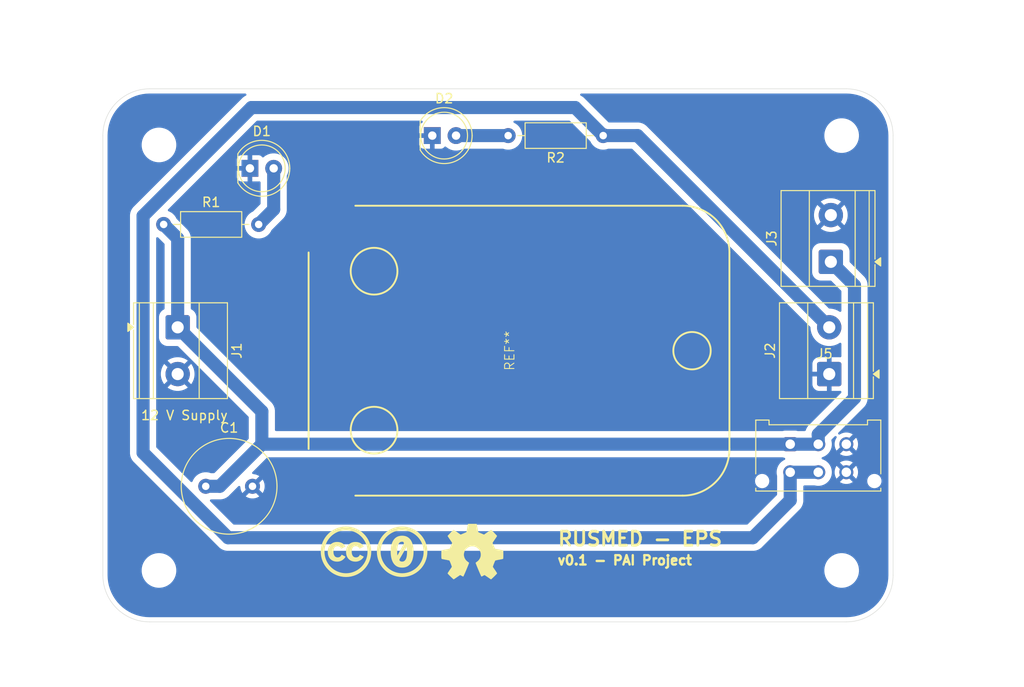
<source format=kicad_pcb>
(kicad_pcb (version 20241229) (generator "pcbnew") (generator_version "9.0")
  (layers (0 "F.Cu" signal) (2 "B.Cu" signal) (13 "F.Paste" user) (15 "B.Paste" user) (5 "F.SilkS" user "F.Silkscreen") (7 "B.SilkS" user "B.Silkscreen") (1 "F.Mask" user) (3 "B.Mask" user) (25 "Edge.Cuts" user))
  (net 0 "")
  (net 1 "+12V")
  (net 2 "GND")
  (net 3 "Net-(D1-A)")
  (net 4 "Net-(D2-A)")
  (net 5 "+5V")
  (footprint "Resistor_THT:R_Axial_DIN0207_L6.3mm_D2.5mm_P10.16mm_Horizontal" (layer "F.Cu") (at 149 66 180)
    (property "Reference" "R2" (at 5.08 -2.37 0) (layer "F.SilkS"))
    (property "Value" "R")
    (fp_line (start 9.12 0) (end 8.35 0) (stroke (width 0.12)) (layer "F.SilkS"))
    (fp_line (start 1.04 0) (end 1.81 0) (stroke (width 0.12)) (layer "F.SilkS"))
    (fp_rect (start 1.81 -1.37) (end 8.35 1.37) (stroke (width 0.12)) (fill no) (layer "F.SilkS"))
    (pad "1" thru_hole circle (at 0 0 180) (size 1.6 1.6) (drill 0.8) (layers "*.Cu" "*.Mask") (net 5 "+5V"))
    (pad "2" thru_hole circle (at 10.16 0 180) (size 1.6 1.6) (drill 0.8) (layers "*.Cu" "*.Mask") (net 4 "Net-(D2-A)"))
  )
  (footprint "Symbol:Symbol_CreativeCommonsPublicDomain_SilkScreenTop_Small" (layer "F.Cu") (at 140.5 110.5)
    (property "Reference" "REF**" (hide yes))
    (property "Value" "Symbol_CreativeCommonsPublicDomain_SilkScreenTop_Small" (hide yes))
    (fp_circle (center -19 0) (end -16.5 0) (stroke (width 0.4)) (fill no) (layer "F.SilkS"))
    (fp_circle (center -13 0) (end -10.5 0) (stroke (width 0.4)) (fill no) (layer "F.SilkS"))
    (fp_poly (pts (xy -19.883804 -1.045736) (xy -19.809352 -1.040027) (xy -19.737692 -1.030487) (xy -19.668823 -1.017116) (xy -19.602744 -0.999913) (xy -19.539456 -0.97888) (xy -19.478956 -0.954016) (xy -19.421246 -0.925322) (xy -19.366323 -0.892798) (xy -19.314188 -0.856444) (xy -19.264839 -0.816262) (xy -19.218277 -0.77225) (xy -19.174501 -0.72441) (xy -19.133509 -0.672742) (xy -19.095302 -0.617245) (xy -19.059878 -0.557921) (xy -19.513586 -0.322018) (xy -19.522802 -0.340539) (xy -19.532274 -0.358356) (xy -19.542002 -0.375471) (xy -19.551987 -0.391882) (xy -19.562228 -0.407588) (xy -19.572726 -0.422589) (xy -19.583482 -0.436884) (xy -19.594495 -0.450474) (xy -19.605767 -0.463356) (xy -19.617296 -0.47553) (xy -19.629084 -0.486997) (xy -19.641131 -0.497755) (xy -19.653438 -0.507803) (xy -19.666003 -0.517141) (xy -19.678829 -0.525769) (xy -19.691915 -0.533685) (xy -19.705091 -0.540991) (xy -19.718148 -0.547828) (xy -19.731087 -0.554196) (xy -19.743907 -0.560094) (xy -19.756609 -0.565522) (xy -19.769192 -0.570479) (xy -19.781657 -0.574966) (xy -19.794004 -0.578982) (xy -19.806234 -0.582526) (xy -19.818345 -0.585599) (xy -19.830339 -0.5882) (xy -19.842216 -0.590329) (xy -19.853976 -0.591985) (xy -19.865618 -0.593169) (xy -19.877144 -0.593879) (xy -19.888553 -0.594116) (xy -19.916448 -0.593531) (xy -19.943458 -0.591778) (xy -19.969584 -0.588855) (xy -19.994825 -0.584764) (xy -20.019182 -0.579503) (xy -20.042654 -0.573074) (xy -20.065242 -0.565475) (xy -20.086944 -0.556707) (xy -20.107762 -0.54677) (xy -20.127695 -0.535663) (xy -20.146742 -0.523388) (xy -20.164905 -0.509942) (xy -20.182182 -0.495328) (xy -20.198574 -0.479544) (xy -20.21408 -0.46259) (xy -20.228701 -0.444468) (xy -20.242437 -0.425175) (xy -20.255287 -0.404713) (xy -20.267251 -0.383081) (xy -20.27833 -0.36028) (xy -20.288522 -0.336309) (xy -20.297829 -0.311168) (xy -20.30625 -0.284858) (xy -20.313785 -0.257377) (xy -20.320433 -0.228727) (xy -20.326196 -0.198907) (xy -20.331072 -0.167917) (xy -20.335061 -0.135757) (xy -20.338165 -0.102427) (xy -20.340381 -0.067927) (xy -20.341711 -0.032257) (xy -20.342155 0.004583) (xy -20.341706 0.038169) (xy -20.340359 0.070902) (xy -20.338115 0.102782) (xy -20.334973 0.133811) (xy -20.330934 0.163988) (xy -20.325998 0.193314) (xy -20.320164 0.22179) (xy -20.313434 0.249415) (xy -20.305807 0.276192) (xy -20.297284 0.302118) (xy -20.287864 0.327197) (xy -20.277548 0.351427) (xy -20.266336 0.37481) (xy -20.254229 0.397345) (xy -20.241225 0.419033) (xy -20.227326 0.439876) (xy -20.212533 0.459657) (xy -20.19689 0.478164) (xy -20.180396 0.495395) (xy -20.163052 0.511351) (xy -20.15406 0.518851) (xy -20.144856 0.526032) (xy -20.135439 0.532893) (xy -20.12581 0.539436) (xy -20.115968 0.54566) (xy -20.105913 0.551565) (xy -20.095645 0.557151) (xy -20.085165 0.562418) (xy -20.063566 0.571994) (xy -20.041117 0.580294) (xy -20.017817 0.587318) (xy -19.993665 0.593065) (xy -19.968664 0.597535) (xy -19.942811 0.600728) (xy -19.916107 0.602644) (xy -19.888553 0.603282) (xy -19.852191 0.602148) (xy -19.8172 0.598744) (xy -19.78358 0.59307) (xy -19.75133 0.585129) (xy -19.720451 0.574918) (xy -19.690943 0.56244) (xy -19.662804 0.547694) (xy -19.636035 0.530681) (xy -19.610635 0.5114) (xy -19.586604 0.489853) (xy -19.563941 0.466039) (xy -19.542647 0.439958) (xy -19.522721 0.411612) (xy -19.504162 0.381001) (xy -19.486971 0.348124) (xy -19.471146 0.312982) (xy -19.053951 0.524648) (xy -19.070982 0.555248) (xy -19.088817 0.585018) (xy -19.107455 0.613958) (xy -19.126897 0.642067) (xy -19.147143 0.669347) (xy -19.168192 0.695797) (xy -19.190045 0.721418) (xy -19.212701 0.74621) (xy -19.236162 0.770174) (xy -19.260426 0.79331) (xy -19.285493 0.815618) (xy -19.311364 0.837098) (xy -19.338039 0.857751) (xy -19.365518 0.877577) (xy -19.3938 0.896577) (xy -19.422886 0.91475) (xy -19.452527 0.931973) (xy -19.482551 0.948083) (xy -19.512959 0.963079) (xy -19.54375 0.976963) (xy -19.574923 0.989735) (xy -19.606479 1.001394) (xy -19.638416 1.011941) (xy -19.670735 1.021377) (xy -19.703434 1.029701) (xy -19.736514 1.036915) (xy -19.769973 1.043018) (xy -19.803812 1.04801) (xy -19.83803 1.051893) (xy -19.872626 1.054666) (xy -19.9076 1.056329) (xy -19.942951 1.056884) (xy -19.998961 1.055799) (xy -20.053604 1.052542) (xy -20.10688 1.047114) (xy -20.158787 1.039514) (xy -20.209325 1.029741) (xy -20.258495 1.017794) (xy -20.306295 1.003673) (xy -20.352725 0.987378) (xy -20.397784 0.968907) (xy -20.441473 0.94826) (xy -20.48379 0.925436) (xy -20.524735 0.900436) (xy -20.564308 0.873257) (xy -20.602508 0.8439) (xy -20.639335 0.812364) (xy -20.674789 0.778648) (xy -20.708468 0.743031) (xy -20.739975 0.705712) (xy -20.769309 0.666693) (xy -20.79647 0.625972) (xy -20.821459 0.58355) (xy -20.844274 0.539427) (xy -20.864917 0.493604) (xy -20.883386 0.44608) (xy -20.899683 0.396856) (xy -20.913807 0.345931) (xy -20.925757 0.293307) (xy -20.935535 0.238982) (xy -20.943141 0.182958) (xy -20.948573 0.125235) (xy -20.951832 0.065811) (xy -20.952919 0.004689) (xy -20.95182 -0.055014) (xy -20.948523 -0.113154) (xy -20.94303 -0.169732) (xy -20.935339 -0.22475) (xy -20.925451 -0.278206) (xy -20.913366 -0.330102) (xy -20.899084 -0.380438) (xy -20.882606 -0.429215) (xy -20.863931 -0.476432) (xy -20.84306 -0.522091) (xy -20.819992 -0.566192) (xy -20.794729 -0.608736) (xy -20.76727 -0.649722) (xy -20.737615 -0.689152) (xy -20.705765 -0.727026) (xy -20.671719 -0.763344) (xy -20.635997 -0.797755) (xy -20.599116 -0.829949) (xy -20.561076 -0.859924) (xy -20.521878 -0.887681) (xy -20.48152 -0.91322) (xy -20.440003 -0.936539) (xy -20.397327 -0.957638) (xy -20.353492 -0.976518) (xy -20.308497 -0.993178) (xy -20.262342 -1.007618) (xy -20.215027 -1.019837) (xy -20.166552 -1.029835) (xy -20.116917 -1.037612) (xy -20.066122 -1.043167) (xy -20.014166 -1.046501) (xy -19.961049 -1.047612)) (fill yes) (layer "F.SilkS"))
    (fp_poly (pts (xy -17.924445 -1.045736) (xy -17.85007 -1.040027) (xy -17.778527 -1.030487) (xy -17.709817 -1.017116) (xy -17.64394 -0.999913) (xy -17.580897 -0.97888) (xy -17.520688 -0.954016) (xy -17.463316 -0.925322) (xy -17.40878 -0.892798) (xy -17.357081 -0.856444) (xy -17.30822 -0.816262) (xy -17.262198 -0.77225) (xy -17.219015 -0.72441) (xy -17.178673 -0.672742) (xy -17.141172 -0.617245) (xy -17.106512 -0.557921) (xy -17.106513 -0.557921) (xy -17.554082 -0.322018) (xy -17.563282 -0.340539) (xy -17.572744 -0.358356) (xy -17.582469 -0.375471) (xy -17.592455 -0.391882) (xy -17.602702 -0.407588) (xy -17.613209 -0.422589) (xy -17.623977 -0.436884) (xy -17.635005 -0.450474) (xy -17.646291 -0.463356) (xy -17.657837 -0.47553) (xy -17.66964 -0.486997) (xy -17.681702 -0.497755) (xy -17.694021 -0.507803) (xy -17.706597 -0.517141) (xy -17.719429 -0.525769) (xy -17.732517 -0.533685) (xy -17.745736 -0.540991) (xy -17.758884 -0.547828) (xy -17.771958 -0.554196) (xy -17.784959 -0.560094) (xy -17.797886 -0.565522) (xy -17.810739 -0.570479) (xy -17.823517 -0.574966) (xy -17.83622 -0.578982) (xy -17.848848 -0.582526) (xy -17.861399 -0.585599) (xy -17.873874 -0.5882) (xy -17.886271 -0.590329) (xy -17.898591 -0.591985) (xy -17.910833 -0.593169) (xy -17.922997 -0.593879) (xy -17.935082 -0.594116) (xy -17.962986 -0.593531) (xy -17.990006 -0.591778) (xy -18.01614 -0.588855) (xy -18.041389 -0.584764) (xy -18.065753 -0.579503) (xy -18.089232 -0.573074) (xy -18.111826 -0.565475) (xy -18.133534 -0.556707) (xy -18.154357 -0.54677) (xy -18.174295 -0.535663) (xy -18.193347 -0.523388) (xy -18.211513 -0.509942) (xy -18.228794 -0.495328) (xy -18.245189 -0.479544) (xy -18.260699 -0.46259) (xy -18.275323 -0.444468) (xy -18.289061 -0.425175) (xy -18.301913 -0.404713) (xy -18.313879 -0.383081) (xy -18.324959 -0.36028) (xy -18.335153 -0.336309) (xy -18.344461 -0.311168) (xy -18.352882 -0.284858) (xy -18.360418 -0.257377) (xy -18.367067 -0.228727) (xy -18.37283 -0.198907) (xy -18.377706 -0.167917) (xy -18.381696 -0.135757) (xy -18.384799 -0.102427) (xy -18.387016 -0.067927) (xy -18.388346 -0.032257) (xy -18.388789 0.004583) (xy -18.388339 0.038169) (xy -18.386989 0.070902) (xy -18.38474 0.102782) (xy -18.381591 0.133811) (xy -18.377544 0.163988) (xy -18.372599 0.193314) (xy -18.366756 0.22179) (xy -18.360016 0.249415) (xy -18.352379 0.276192) (xy -18.343846 0.302118) (xy -18.334418 0.327197) (xy -18.324094 0.351427) (xy -18.312875 0.37481) (xy -18.300762 0.397345) (xy -18.287755 0.419033) (xy -18.273855 0.439876) (xy -18.259082 0.459657) (xy -18.243458 0.478164) (xy -18.226983 0.495395) (xy -18.218425 0.503533) (xy -18.209655 0.511351) (xy -18.200671 0.518851) (xy -18.191475 0.526032) (xy -18.182065 0.532893) (xy -18.172441 0.539436) (xy -18.162604 0.54566) (xy -18.152554 0.551565) (xy -18.14229 0.557151) (xy -18.131813 0.562418) (xy -18.110217 0.571994) (xy -18.087767 0.580294) (xy -18.06446 0.587318) (xy -18.040298 0.593065) (xy -18.01528 0.597535) (xy -17.989405 0.600728) (xy -17.962672 0.602644) (xy -17.935082 0.603282) (xy -17.898756 0.602148) (xy -17.863794 0.598744) (xy -17.830198 0.59307) (xy -17.797968 0.585129) (xy -17.767105 0.574918) (xy -17.737609 0.56244) (xy -17.709481 0.547694) (xy -17.682722 0.530681) (xy -17.657332 0.5114) (xy -17.633312 0.489853) (xy -17.610662 0.466039) (xy -17.589384 0.439958) (xy -17.569477 0.411612) (xy -17.550942 0.381001) (xy -17.533781 0.348124) (xy -17.517992 0.312982) (xy -17.094659 0.524648) (xy -17.112403 0.555248) (xy -17.130908 0.585018) (xy -17.150172 0.613958) (xy -17.170196 0.642067) (xy -17.190978 0.669347) (xy -17.212518 0.695797) (xy -17.234815 0.721418) (xy -17.257868 0.74621) (xy -17.281676 0.770174) (xy -17.306238 0.79331) (xy -17.331554 0.815618) (xy -17.357624 0.837098) (xy -17.384445 0.857751) (xy -17.412018 0.877577) (xy -17.440342 0.896577) (xy -17.469415 0.91475) (xy -17.499068 0.931973) (xy -17.52905 0.948083) (xy -17.559363 0.963079) (xy -17.590006 0.976963) (xy -17.620978 0.989735) (xy -17.65228 1.001394) (xy -17.683912 1.011941) (xy -17.715874 1.021377) (xy -17.748166 1.029701) (xy -17.780788 1.036915) (xy -17.81374 1.043018) (xy -17.847022 1.04801) (xy -17.880633 1.051893) (xy -17.914575 1.054666) (xy -17.948846 1.056329) (xy -17.983447 1.056884) (xy -18.040192 1.055799) (xy -18.095491 1.052542) (xy -18.149344 1.047114) (xy -18.201752 1.039514) (xy -18.252715 1.029741) (xy -18.302233 1.017794) (xy -18.350308 1.003673) (xy -18.396938 0.987378) (xy -18.442125 0.968907) (xy -18.485868 0.94826) (xy -18.528169 0.925436) (xy -18.569026 0.900436) (xy -18.608442 0.873257) (xy -18.646415 0.8439) (xy -18.682946 0.812364) (xy -18.718036 0.778648) (xy -18.751406 0.743031) (xy -18.782619 0.705712) (xy -18.811674 0.666693) (xy -18.838574 0.625972) (xy -18.863318 0.58355) (xy -18.885907 0.539427) (xy -18.906342 0.493604) (xy -18.924623 0.44608) (xy -18.940751 0.396856) (xy -18.954727 0.345931) (xy -18.966551 0.293307) (xy -18.976223 0.238982) (xy -18.983746 0.182958) (xy -18.989118 0.125235) (xy -18.992341 0.065811) (xy -18.993415 0.004689) (xy -18.992317 -0.055014) (xy -18.989024 -0.113154) (xy -18.983534 -0.169732) (xy -18.975848 -0.22475) (xy -18.965965 -0.278206) (xy -18.953884 -0.330102) (xy -18.939605 -0.380438) (xy -18.923128 -0.429215) (xy -18.904452 -0.476432) (xy -18.883577 -0.522091) (xy -18.860501 -0.566192) (xy -18.835225 -0.608736) (xy -18.807749 -0.649722) (xy -18.778071 -0.689152) (xy -18.746192 -0.727026) (xy -18.71211 -0.763344) (xy -18.676406 -0.797755) (xy -18.639541 -0.829949) (xy -18.601516 -0.859924) (xy -18.562331 -0.887681) (xy -18.521985 -0.91322) (xy -18.480479 -0.936539) (xy -18.437813 -0.957638) (xy -18.393988 -0.976518) (xy -18.349003 -0.993178) (xy -18.302858 -1.007618) (xy -18.255554 -1.019837) (xy -18.207091 -1.029835) (xy -18.157469 -1.037612) (xy -18.106688 -1.043167) (xy -18.054749 -1.046501) (xy -18.00165 -1.047612)) (fill yes) (layer "F.SilkS"))
    (fp_poly (pts (xy -12.910417 -1.713096) (xy -12.825036 -1.70521) (xy -12.743767 -1.692304) (xy -12.666522 -1.674572) (xy -12.59321 -1.652211) (xy -12.523744 -1.625415) (xy -12.458035 -1.594378) (xy -12.395992 -1.559295) (xy -12.337528 -1.520361) (xy -12.282552 -1.477771) (xy -12.230977 -1.43172) (xy -12.182713 -1.382402) (xy -12.137672 -1.330012) (xy -12.095763 -1.274745) (xy -12.056898 -1.216795) (xy -12.020989 -1.156358) (xy -11.987945 -1.093629) (xy -11.957678 -1.028801) (xy -11.90512 -0.893631) (xy -11.862602 -0.752406) (xy -11.829411 -0.606685) (xy -11.804835 -0.458025) (xy -11.788163 -0.307986) (xy -11.778682 -0.158125) (xy -11.77568 -0.01) (xy -11.778682 0.13814) (xy -11.788163 0.288013) (xy -11.804835 0.43806) (xy -11.829411 0.586724) (xy -11.862602 0.732447) (xy -11.88265 0.803719) (xy -11.90512 0.873672) (xy -11.9301 0.94211) (xy -11.957678 1.00884) (xy -11.987945 1.073665) (xy -12.020989 1.136393) (xy -12.056898 1.196828) (xy -12.095763 1.254775) (xy -12.137672 1.310039) (xy -12.182713 1.362426) (xy -12.230977 1.411741) (xy -12.282552 1.45779) (xy -12.337528 1.500377) (xy -12.395992 1.539308) (xy -12.458035 1.574388) (xy -12.523744 1.605423) (xy -12.59321 1.632217) (xy -12.666522 1.654576) (xy -12.743767 1.672306) (xy -12.825036 1.685211) (xy -12.910417 1.693097) (xy -13 1.695769) (xy -13.089599 1.693097) (xy -13.174995 1.685211) (xy -13.256277 1.672306) (xy -13.333535 1.654576) (xy -13.406857 1.632217) (xy -13.476333 1.605423) (xy -13.542051 1.574388) (xy -13.6041 1.539308) (xy -13.662571 1.500377) (xy -13.717551 1.45779) (xy -13.76913 1.411741) (xy -13.817397 1.362426) (xy -13.862441 1.310039) (xy -13.904351 1.254775) (xy -13.943217 1.196828) (xy -13.979127 1.136393) (xy -14.01217 1.073666) (xy -14.042436 1.00884) (xy -14.094992 0.873672) (xy -14.095455 0.872132) (xy -13.289695 0.872132) (xy -13.289205 0.882299) (xy -13.287993 0.892139) (xy -13.286084 0.901657) (xy -13.2835 0.910857) (xy -13.280267 0.919746) (xy -13.276407 0.928327) (xy -13.271945 0.936606) (xy -13.266904 0.944588) (xy -13.261309 0.952278) (xy -13.255184 0.959681) (xy -13.248553 0.966803) (xy -13.241439 0.973648) (xy -13.233866 0.980222) (xy -13.225859 0.986529) (xy -13.217441 0.992575) (xy -13.208636 0.998365) (xy -13.199469 1.003903) (xy -13.180141 1.014247) (xy -13.15965 1.023647) (xy -13.15592 1.02508) (xy -13.152105 1.026463) (xy -13.148226 1.027798) (xy -13.1443 1.029088) (xy -13.136391 1.031539) (xy -13.128534 1.033834) (xy -13.123867 1.035468) (xy -13.119251 1.03704) (xy -13.114601 1.038561) (xy -13.109829 1.040039) (xy -13.096996 1.042999) (xy -13.083914 1.045562) (xy -13.070576 1.047727) (xy -13.056975 1.049496) (xy -13.043105 1.05087) (xy -13.028959 1.05185) (xy -13.014531 1.052437) (xy -12.999815 1.052633) (xy -12.954046 1.050563) (xy -12.911001 1.044486) (xy -12.870597 1.034603) (xy -12.83275 1.021113) (xy -12.797378 1.004216) (xy -12.764395 0.984112) (xy -12.733721 0.960999) (xy -12.70527 0.935079) (xy -12.67896 0.906551) (xy -12.654706 0.875614) (xy -12.632427 0.842468) (xy -12.612039 0.807314) (xy -12.593457 0.770351) (xy -12.576599 0.731778) (xy -12.547721 0.650603) (xy -12.524738 0.565389) (xy -12.506984 0.477732) (xy -12.49379 0.389231) (xy -12.48449 0.301484) (xy -12.478418 0.21609) (xy -12.474906 0.134645) (xy -12.472897 -0.01) (xy -12.474204 -0.120854) (xy -12.476272 -0.182383) (xy -12.479669 -0.246962) (xy -12.484685 -0.313829) (xy -12.49161 -0.382221) (xy -12.500734 -0.451374) (xy -12.512346 -0.520527) (xy -13.240586 0.737223) (xy -13.249618 0.751328) (xy -13.257664 0.76505) (xy -13.264749 0.778393) (xy -13.270897 0.791364) (xy -13.276131 0.803966) (xy -13.280476 0.816205) (xy -13.283955 0.828086) (xy -13.286593 0.839614) (xy -13.288412 0.850794) (xy -13.289438 0.861632) (xy -13.289695 0.872132) (xy -14.095455 0.872132) (xy -14.137506 0.732447) (xy -14.170693 0.586724) (xy -14.195264 0.43806) (xy -14.211933 0.288013) (xy -14.221411 0.13814) (xy -14.224412 -0.01) (xy -14.22441 -0.010093) (xy -13.527103 -0.010093) (xy -13.526342 0.079567) (xy -13.52514 0.128679) (xy -13.523167 0.180105) (xy -13.520257 0.233435) (xy -13.516242 0.288265) (xy -13.510955 0.344186) (xy -13.504229 0.400792) (xy -12.852667 -0.79658) (xy -12.846626 -0.807439) (xy -12.841171 -0.818107) (xy -12.83629 -0.828585) (xy -12.831971 -0.838874) (xy -12.828201 -0.848978) (xy -12.824969 -0.858896) (xy -12.822262 -0.868632) (xy -12.820069 -0.878187) (xy -12.818376 -0.887563) (xy -12.817173 -0.896762) (xy -12.816447 -0.905785) (xy -12.816186 -0.914635) (xy -12.816378 -0.923313) (xy -12.81701 -0.931821) (xy -12.818071 -0.940161) (xy -12.819549 -0.948335) (xy -12.821431 -0.956344) (xy -12.823706 -0.964191) (xy -12.826361 -0.971877) (xy -12.829384 -0.979404) (xy -12.832764 -0.986774) (xy -12.836487 -0.993989) (xy -12.840543 -1.00105) (xy -12.844918 -1.00796) (xy -12.849601 -1.01472) (xy -12.85458 -1.021332) (xy -12.859843 -1.027798) (xy -12.865377 -1.03412) (xy -12.877211 -1.046338) (xy -12.889986 -1.058001) (xy -12.902868 -1.061045) (xy -12.915966 -1.063828) (xy -12.929296 -1.066305) (xy -12.942875 -1.068431) (xy -12.956718 -1.070162) (xy -12.970843 -1.071453) (xy -12.985264 -1.072261) (xy -13 -1.07254) (xy -13.045785 -1.07047) (xy -13.088846 -1.064395) (xy -13.129265 -1.054513) (xy -13.167125 -1.041025) (xy -13.202511 -1.02413) (xy -13.235505 -1.004028) (xy -13.266191 -0.980919) (xy -13.294652 -0.955002) (xy -13.320971 -0.926478) (xy -13.345233 -0.895545) (xy -13.36752 -0.862405) (xy -13.387916 -0.827255) (xy -13.406504 -0.790297) (xy -13.423368 -0.75173) (xy -13.452255 -0.670568) (xy -13.475246 -0.585367) (xy -13.493007 -0.497725) (xy -13.506205 -0.409239) (xy -13.515507 -0.321509) (xy -13.521581 -0.236131) (xy -13.525093 -0.154703) (xy -13.527103 -0.010093) (xy -14.22441 -0.010093) (xy -14.22141 -0.158125) (xy -14.211929 -0.307986) (xy -14.195256 -0.458025) (xy -14.17068 -0.606685) (xy -14.137488 -0.752406) (xy -14.117438 -0.823678) (xy -14.094967 -0.893631) (xy -14.069986 -0.96207) (xy -14.042406 -1.028801) (xy -14.012138 -1.093629) (xy -13.979092 -1.156358) (xy -13.94318 -1.216795) (xy -13.904313 -1.274745) (xy -13.862401 -1.330012) (xy -13.817356 -1.382402) (xy -13.769089 -1.43172) (xy -13.71751 -1.477771) (xy -13.66253 -1.520361) (xy -13.604061 -1.559295) (xy -13.542013 -1.594378) (xy -13.476298 -1.625415) (xy -13.406826 -1.652211) (xy -13.333508 -1.674572) (xy -13.256256 -1.692304) (xy -13.17498 -1.70521) (xy -13.089591 -1.713096) (xy -13 -1.715769)) (fill yes) (layer "F.SilkS"))
  )
  (footprint "Connector_Molex:Molex_Micro-Fit_3.0_43045-0612_2x03_P3.00mm_Vertical" (layer "F.Cu") (at 169 99)
    (property "Reference" "J5" (at 3.6725 -9.67 0) (layer "F.SilkS"))
    (property "Value" "Molex Microfit 3.0")
    (fp_line (start -3.685 -2.58) (end -2.265 -2.58) (stroke (width 0.12)) (layer "F.SilkS"))
    (fp_line (start -3.685 3.17) (end -3.685 -2.58) (stroke (width 0.12)) (layer "F.SilkS"))
    (fp_line (start -3.685 4.71) (end -3.685 5.01) (stroke (width 0.12)) (layer "F.SilkS"))
    (fp_line (start -3.685 5.01) (end 9.685 5.01) (stroke (width 0.12)) (layer "F.SilkS"))
    (fp_line (start -2.265 -2.58) (end -2.265 -2.08) (stroke (width 0.12)) (layer "F.SilkS"))
    (fp_line (start -2.265 -2.08) (end 8.265 -2.08) (stroke (width 0.12)) (layer "F.SilkS"))
    (fp_line (start 8.265 -2.58) (end 9.685 -2.58) (stroke (width 0.12)) (layer "F.SilkS"))
    (fp_line (start 8.265 -2.08) (end 8.265 -2.58) (stroke (width 0.12)) (layer "F.SilkS"))
    (fp_line (start 9.685 -2.58) (end 9.685 3.17) (stroke (width 0.12)) (layer "F.SilkS"))
    (fp_line (start 9.685 5.01) (end 9.685 4.71) (stroke (width 0.12)) (layer "F.SilkS"))
    (pad "" np_thru_hole circle (at -3 3.94) (size 1.02 1.02) (drill 1.02) (layers "*.Cu" "*.Mask"))
    (pad "" np_thru_hole circle (at 9 3.94) (size 1.02 1.02) (drill 1.02) (layers "*.Cu" "*.Mask"))
    (pad "1" thru_hole roundrect (at 0 0) (size 1.5 1.5) (drill 1.02) (layers "*.Cu" "*.Mask") (roundrect_rratio 0.166667) (net 1 "+12V"))
    (pad "2" thru_hole circle (at 3 0) (size 1.5 1.5) (drill 1.02) (layers "*.Cu" "*.Mask") (net 1 "+12V"))
    (pad "3" thru_hole circle (at 6 0) (size 1.5 1.5) (drill 1.02) (layers "*.Cu" "*.Mask") (net 2 "GND"))
    (pad "4" thru_hole circle (at 0 3) (size 1.5 1.5) (drill 1.02) (layers "*.Cu" "*.Mask") (net 5 "+5V"))
    (pad "5" thru_hole circle (at 3 3) (size 1.5 1.5) (drill 1.02) (layers "*.Cu" "*.Mask") (net 5 "+5V"))
    (pad "6" thru_hole circle (at 6 3) (size 1.5 1.5) (drill 1.02) (layers "*.Cu" "*.Mask") (net 2 "GND"))
  )
  (footprint "rusmed:hw_0468" (layer "F.Cu") (at 139.5 89 90)
    (property "Reference" "REF**" (at 0 -0.5 90) (layer "F.SilkS") (effects (font (thickness 0.1))))
    (property "Value" "hw_0468")
    (fp_line (start 10.5 -22.000001) (end -10.500001 -22.000001) (stroke (width 0.2)) (layer "F.SilkS"))
    (fp_line (start -15.5 -17) (end -15.5 18) (stroke (width 0.2)) (layer "F.SilkS"))
    (fp_line (start 15.5 17.999999) (end 15.5 -17.000001) (stroke (width 0.2)) (layer "F.SilkS"))
    (fp_line (start -10.5 22.999999) (end 10.5 22.999999) (stroke (width 0.2)) (layer "F.SilkS"))
    (fp_arc (start 15.5 17.999999) (mid 14.035534 21.535533) (end 10.5 22.999999) (stroke (width 0.2)) (layer "F.SilkS"))
    (fp_arc (start -10.5 22.999999) (mid -14.035534 21.535533) (end -15.5 18) (stroke (width 0.2)) (layer "F.SilkS"))
    (fp_circle (center 8.5 -15.000001) (end 11 -15.000001) (stroke (width 0.2)) (fill no) (layer "F.SilkS"))
    (fp_circle (center -8.5 -15.000001) (end -6 -15.000001) (stroke (width 0.2)) (fill no) (layer "F.SilkS"))
    (fp_circle (center 0 18.999999) (end 2 18.999999) (stroke (width 0.2)) (fill no) (layer "F.SilkS"))
  )
  (footprint "MountingHole:MountingHole_3.2mm_M3" (layer "F.Cu") (at 174.5 112.5)
    (property "Reference" "REF**" (hide yes))
    (property "Value" "MountingHole_3.2mm_M3")
    (pad "" np_thru_hole circle (at 0 0) (size 3.2 3.2) (drill 3.2) (layers "*.Cu" "*.Mask"))
  )
  (footprint "Capacitor_THT:C_Radial_D10.0mm_H16.0mm_P5.00mm" (layer "F.Cu") (at 106.5 103.5)
    (property "Reference" "C1" (at 2.5 -6.25 0) (layer "F.SilkS"))
    (property "Value" "C")
    (fp_circle (center 2.5 0) (end 7.62 0) (stroke (width 0.12)) (fill no) (layer "F.SilkS"))
    (pad "1" thru_hole circle (at 0 0) (size 1.6 1.6) (drill 0.8) (layers "*.Cu" "*.Mask") (net 1 "+12V"))
    (pad "2" thru_hole circle (at 5 0) (size 1.6 1.6) (drill 0.8) (layers "*.Cu" "*.Mask") (net 2 "GND"))
  )
  (footprint "Symbol:OSHW-Symbol_6.7x6mm_SilkScreen" (layer "F.Cu") (at 135 110.5)
    (property "Reference" "REF**" (hide yes))
    (property "Value" "OSHW-Symbol_6.7x6mm_SilkScreen" (hide yes))
    (fp_poly (pts (xy 0.555814 -2.531069) (xy 0.639635 -2.086445) (xy 0.94892 -1.958947) (xy 1.258206 -1.831449) (xy 1.629246 -2.083754) (xy 1.733157 -2.154004) (xy 1.827087 -2.216728) (xy 1.906652 -2.269062) (xy 1.96747 -2.308143) (xy 2.005157 -2.331107) (xy 2.015421 -2.336058) (xy 2.03391 -2.323324) (xy 2.07342 -2.288118) (xy 2.129522 -2.234938) (xy 2.197787 -2.168282) (xy 2.273786 -2.092646) (xy 2.353092 -2.012528) (xy 2.431275 -1.932426) (xy 2.503907 -1.856836) (xy 2.566559 -1.790255) (xy 2.614803 -1.737182) (xy 2.64421 -1.702113) (xy 2.651241 -1.690377) (xy 2.641123 -1.66874) (xy 2.612759 -1.621338) (xy 2.569129 -1.552807) (xy 2.513218 -1.467785) (xy 2.448006 -1.370907) (xy 2.410219 -1.31565) (xy 2.341343 -1.214752) (xy 2.28014 -1.123701) (xy 2.229578 -1.04703) (xy 2.192628 -0.989272) (xy 2.172258 -0.954957) (xy 2.169197 -0.947746) (xy 2.176136 -0.927252) (xy 2.195051 -0.879487) (xy 2.223087 -0.811168) (xy 2.257391 -0.729011) (xy 2.295109 -0.63973) (xy 2.333387 -0.550042) (xy 2.36937 -0.466662) (xy 2.400206 -0.396306) (xy 2.423039 -0.34569) (xy 2.435017 -0.321529) (xy 2.435724 -0.320578) (xy 2.454531 -0.315964) (xy 2.504618 -0.305672) (xy 2.580793 -0.290713) (xy 2.677865 -0.272099) (xy 2.790643 -0.250841) (xy 2.856442 -0.238582) (xy 2.97695 -0.215638) (xy 3.085797 -0.193805) (xy 3.177476 -0.174278) (xy 3.246481 -0.158252) (xy 3.287304 -0.146921) (xy 3.295511 -0.143326) (xy 3.303548 -0.118994) (xy 3.310033 -0.064041) (xy 3.31497 0.015108) (xy 3.318364 0.112026) (xy 3.320218 0.220287) (xy 3.320538 0.333465) (xy 3.319327 0.445135) (xy 3.31659 0.548868) (xy 3.312331 0.638241) (xy 3.306555 0.706826) (xy 3.299267 0.748197) (xy 3.294895 0.75681) (xy 3.268764 0.767133) (xy 3.213393 0.781892) (xy 3.136107 0.799352) (xy 3.04423 0.81778) (xy 3.012158 0.823741) (xy 2.857524 0.852066) (xy 2.735375 0.874876) (xy 2.641673 0.89308) (xy 2.572384 0.907583) (xy 2.523471 0.919292) (xy 2.490897 0.929115) (xy 2.470628 0.937956) (xy 2.458626 0.946724) (xy 2.456947 0.948457) (xy 2.440184 0.976371) (xy 2.414614 1.030695) (xy 2.382788 1.104777) (xy 2.34726 1.191965) (xy 2.310583 1.285608) (xy 2.275311 1.379052) (xy 2.243996 1.465647) (xy 2.219193 1.53874) (xy 2.203454 1.591678) (xy 2.199332 1.617811) (xy 2.199676 1.618726) (xy 2.213641 1.640086) (xy 2.245322 1.687084) (xy 2.291391 1.754827) (xy 2.348518 1.838423) (xy 2.413373 1.932982) (xy 2.431843 1.959854) (xy 2.497699 2.057275) (xy 2.55565 2.146163) (xy 2.602538 2.221412) (xy 2.635207 2.27792) (xy 2.6505 2.310581) (xy 2.651241 2.314593) (xy 2.638392 2.335684) (xy 2.602888 2.377464) (xy 2.549293 2.435445) (xy 2.482171 2.505135) (xy 2.406087 2.582045) (xy 2.325604 2.661683) (xy 2.245287 2.739561) (xy 2.169699 2.811186) (xy 2.103405 2.87207) (xy 2.050969 2.917721) (xy 2.016955 2.94365) (xy 2.007545 2.947883) (xy 1.985643 2.937912) (xy 1.9408 2.91102) (xy 1.880321 2.871736) (xy 1.833789 2.840117) (xy 1.749475 2.782098) (xy 1.649626 2.713784) (xy 1.549473 2.645579) (xy 1.495627 2.609075) (xy 1.313371 2.4858) (xy 1.160381 2.56852) (xy 1.090682 2.604759) (xy 1.031414 2.632926) (xy 0.991311 2.648991) (xy 0.981103 2.651226) (xy 0.968829 2.634722) (xy 0.944613 2.588082) (xy 0.910263 2.515609) (xy 0.867588 2.421606) (xy 0.818394 2.310374) (xy 0.76449 2.186215) (xy 0.707684 2.053432) (xy 0.649782 1.916327) (xy 0.592593 1.779202) (xy 0.537924 1.646358) (xy 0.487584 1.522098) (xy 0.44338 1.410725) (xy 0.407119 1.316539) (xy 0.380609 1.243844) (xy 0.365658 1.196941) (xy 0.363254 1.180833) (xy 0.382311 1.160286) (xy 0.424036 1.126933) (xy 0.479706 1.087702) (xy 0.484378 1.084599) (xy 0.628264 0.969423) (xy 0.744283 0.835053) (xy 0.83143 0.685784) (xy 0.888699 0.525913) (xy 0.915086 0.359737) (xy 0.909585 0.191552) (xy 0.87119 0.025655) (xy 0.798895 -0.133658) (xy 0.777626 -0.168513) (xy 0.666996 -0.309263) (xy 0.536302 -0.422286) (xy 0.390064 -0.506997) (xy 0.232808 -0.562806) (xy 0.069057 -0.589126) (xy -0.096667 -0.58537) (xy -0.259838 -0.55095) (xy -0.415935 -0.485277) (xy -0.560433 -0.387765) (xy -0.605131 -0.348187) (xy -0.718888 -0.224297) (xy -0.801782 -0.093876) (xy -0.858644 0.052315) (xy -0.890313 0.197088) (xy -0.898131 0.35986) (xy -0.872062 0.52344) (xy -0.814755 0.682298) (xy -0.728856 0.830906) (xy -0.617014 0.963735) (xy -0.481877 1.075256) (xy -0.464117 1.087011) (xy -0.40785 1.125508) (xy -0.365077 1.158863) (xy -0.344628 1.18016) (xy -0.344331 1.180833) (xy -0.348721 1.203871) (xy -0.366124 1.256157) (xy -0.394732 1.33339) (xy -0.432735 1.431268) (xy -0.478326 1.545491) (xy -0.529697 1.671758) (xy -0.585038 1.805767) (xy -0.642542 1.943218) (xy -0.700399 2.079808) (xy -0.756802 2.211237) (xy -0.809942 2.333205) (xy -0.85801 2.441409) (xy -0.899199 2.531549) (xy -0.931699 2.599323) (xy -0.953703 2.64043) (xy -0.962564 2.651226) (xy -0.98964 2.642819) (xy -1.040303 2.620272) (xy -1.105817 2.587613) (xy -1.141841 2.56852) (xy -1.294832 2.4858) (xy -1.477088 2.609075) (xy -1.570125 2.672228) (xy -1.671985 2.741727) (xy -1.767438 2.807165) (xy -1.81525 2.840117) (xy -1.882495 2.885273) (xy -1.939436 2.921057) (xy -1.978646 2.942938) (xy -1.991381 2.947563) (xy -2.009917 2.935085) (xy -2.050941 2.900252) (xy -2.110475 2.846678) (xy -2.184542 2.777983) (xy -2.269165 2.697781) (xy -2.322685 2.646286) (xy -2.416319 2.554286) (xy -2.497241 2.471999) (xy -2.562177 2.402945) (xy -2.607858 2.350644) (xy -2.631011 2.318616) (xy -2.633232 2.312116) (xy -2.622924 2.287394) (xy -2.594439 2.237405) (xy -2.550937 2.167212) (xy -2.495577 2.081875) (xy -2.43152 1.986456) (xy -2.413303 1.959854) (xy -2.346927 1.863167) (xy -2.287378 1.776117) (xy -2.237984 1.703595) (xy -2.202075 1.650493) (xy -2.182981 1.621703) (xy -2.181136 1.618726) (xy -2.183895 1.595782) (xy -2.198538 1.545336) (xy -2.222513 1.474041) (xy -2.253266 1.388547) (xy -2.288244 1.295507) (xy -2.324893 1.201574) (xy -2.360661 1.113399) (xy -2.392994 1.037634) (xy -2.419338 0.980931) (xy -2.437142 0.949943) (xy -2.438407 0.948457) (xy -2.449294 0.939601) (xy -2.467682 0.930843) (xy -2.497606 0.921277) (xy -2.543103 0.909996) (xy -2.608209 0.896093) (xy -2.696961 0.878663) (xy -2.813393 0.856798) (xy -2.961542 0.829591) (xy -2.993618 0.823741) (xy -3.088686 0.805374) (xy -3.171565 0.787405) (xy -3.23493 0.771569) (xy -3.271458 0.7596) (xy -3.276356 0.75681) (xy -3.284427 0.732072) (xy -3.290987 0.67679) (xy -3.296033 0.597389) (xy -3.299559 0.500296) (xy -3.301561 0.391938) (xy -3.302036 0.27874) (xy -3.300977 0.167128) (xy -3.298382 0.063529) (xy -3.294246 -0.025632) (xy -3.288563 -0.093928) (xy -3.281331 -0.134934) (xy -3.276971 -0.143326) (xy -3.252698 -0.151792) (xy -3.197426 -0.165565) (xy -3.116662 -0.18345) (xy -3.015912 -0.204252) (xy -2.900683 -0.226777) (xy -2.837902 -0.238582) (xy -2.718787 -0.260849) (xy -2.612565 -0.281021) (xy -2.524427 -0.298085) (xy -2.459566 -0.311031) (xy -2.423174 -0.318845) (xy -2.417184 -0.320578) (xy -2.407061 -0.34011) (xy -2.385662 -0.387157) (xy -2.355839 -0.454997) (xy -2.320445 -0.536909) (xy -2.282332 -0.626172) (xy -2.244353 -0.716065) (xy -2.20936 -0.799865) (xy -2.180206 -0.870853) (xy -2.159743 -0.922306) (xy -2.150823 -0.947503) (xy -2.150657 -0.948604) (xy -2.160769 -0.968481) (xy -2.189117 -1.014223) (xy -2.232723 -1.081283) (xy -2.288606 -1.165116) (xy -2.353787 -1.261174) (xy -2.391679 -1.31635) (xy -2.460725 -1.417519) (xy -2.52205 -1.50937) (xy -2.572663 -1.587256) (xy -2.609571 -1.646531) (xy -2.629782 -1.682549) (xy -2.632701 -1.690623) (xy -2.620153 -1.709416) (xy -2.585463 -1.749543) (xy -2.533063 -1.806507) (xy -2.467384 -1.875815) (xy -2.392856 -1.952969) (xy -2.313913 -2.033475) (xy -2.234983 -2.112837) (xy -2.1605 -2.18656) (xy -2.094894 -2.250148) (xy -2.042596 -2.299106) (xy -2.008039 -2.328939) (xy -1.996478 -2.336058) (xy -1.977654 -2.326047) (xy -1.932631 -2.297922) (xy -1.865787 -2.254546) (xy -1.781499 -2.198782) (xy -1.684144 -2.133494) (xy -1.610707 -2.083754) (xy -1.239667 -1.831449) (xy -0.621095 -2.086445) (xy -0.537275 -2.531069) (xy -0.453454 -2.975693) (xy 0.471994 -2.975693) (xy 0.555814 -2.531069)) (stroke (width 0.01)) (fill yes) (layer "F.SilkS"))
  )
  (footprint "TerminalBlock_Phoenix:TerminalBlock_Phoenix_MKDS-1,5-2_1x02_P5.00mm_Horizontal" (layer "F.Cu") (at 173.345 79.5 90)
    (property "Reference" "J3" (at 2.5 -6.32 90) (layer "F.SilkS"))
    (property "Value" "Bornera")
    (fp_line (start 7.62 -5.32) (end 7.62 4.72) (stroke (width 0.12)) (layer "F.SilkS"))
    (fp_line (start -2.62 -5.32) (end 7.62 -5.32) (stroke (width 0.12)) (layer "F.SilkS"))
    (fp_line (start -2.62 -5.32) (end -2.62 4.72) (stroke (width 0.12)) (layer "F.SilkS"))
    (fp_line (start -2.62 -2.3) (end 7.62 -2.3) (stroke (width 0.12)) (layer "F.SilkS"))
    (fp_line (start -2.62 2.6) (end 7.62 2.6) (stroke (width 0.12)) (layer "F.SilkS"))
    (fp_line (start -2.62 4.1) (end 7.62 4.1) (stroke (width 0.12)) (layer "F.SilkS"))
    (fp_line (start 0.3 4.72) (end 7.62 4.72) (stroke (width 0.12)) (layer "F.SilkS"))
    (fp_line (start -2.62 4.72) (end -0.3 4.72) (stroke (width 0.12)) (layer "F.SilkS"))
    (fp_poly (pts (xy 0 4.72) (xy 0.44 5.33) (xy -0.44 5.33)) (stroke (width 0.12)) (fill yes) (layer "F.SilkS"))
    (pad "1" thru_hole roundrect (at 0 0 90) (size 2.6 2.6) (drill 1.3) (layers "*.Cu" "*.Mask") (roundrect_rratio 0.096154) (net 1 "+12V"))
    (pad "2" thru_hole circle (at 5 0 90) (size 2.6 2.6) (drill 1.3) (layers "*.Cu" "*.Mask") (net 2 "GND"))
  )
  (footprint "MountingHole:MountingHole_3.2mm_M3" (layer "F.Cu") (at 174.5 66)
    (property "Reference" "REF**" (hide yes))
    (property "Value" "MountingHole_3.2mm_M3")
    (pad "" np_thru_hole circle (at 0 0) (size 3.2 3.2) (drill 3.2) (layers "*.Cu" "*.Mask"))
  )
  (footprint "Resistor_THT:R_Axial_DIN0207_L6.3mm_D2.5mm_P10.16mm_Horizontal" (layer "F.Cu") (at 102 75.5)
    (property "Reference" "R1" (at 5.08 -2.37 0) (layer "F.SilkS"))
    (property "Value" "R")
    (fp_line (start 1.04 0) (end 1.81 0) (stroke (width 0.12)) (layer "F.SilkS"))
    (fp_line (start 9.12 0) (end 8.35 0) (stroke (width 0.12)) (layer "F.SilkS"))
    (fp_rect (start 1.81 -1.37) (end 8.35 1.37) (stroke (width 0.12)) (fill no) (layer "F.SilkS"))
    (pad "1" thru_hole circle (at 0 0) (size 1.6 1.6) (drill 0.8) (layers "*.Cu" "*.Mask") (net 1 "+12V"))
    (pad "2" thru_hole circle (at 10.16 0) (size 1.6 1.6) (drill 0.8) (layers "*.Cu" "*.Mask") (net 3 "Net-(D1-A)"))
  )
  (footprint "TerminalBlock_Phoenix:TerminalBlock_Phoenix_MKDS-1,5-2_1x02_P5.00mm_Horizontal" (layer "F.Cu") (at 103.5 86.5 -90)
    (property "Reference" "J1" (at 2.5 -6.32 90) (layer "F.SilkS"))
    (property "Value" "Bornera")
    (fp_line (start -2.62 4.72) (end -0.3 4.72) (stroke (width 0.12)) (layer "F.SilkS"))
    (fp_line (start 0.3 4.72) (end 7.62 4.72) (stroke (width 0.12)) (layer "F.SilkS"))
    (fp_line (start -2.62 4.1) (end 7.62 4.1) (stroke (width 0.12)) (layer "F.SilkS"))
    (fp_line (start -2.62 2.6) (end 7.62 2.6) (stroke (width 0.12)) (layer "F.SilkS"))
    (fp_line (start -2.62 -2.3) (end 7.62 -2.3) (stroke (width 0.12)) (layer "F.SilkS"))
    (fp_line (start -2.62 -5.32) (end -2.62 4.72) (stroke (width 0.12)) (layer "F.SilkS"))
    (fp_line (start -2.62 -5.32) (end 7.62 -5.32) (stroke (width 0.12)) (layer "F.SilkS"))
    (fp_line (start 7.62 -5.32) (end 7.62 4.72) (stroke (width 0.12)) (layer "F.SilkS"))
    (fp_poly (pts (xy 0 4.72) (xy 0.44 5.33) (xy -0.44 5.33)) (stroke (width 0.12)) (fill yes) (layer "F.SilkS"))
    (pad "1" thru_hole roundrect (at 0 0 270) (size 2.6 2.6) (drill 1.3) (layers "*.Cu" "*.Mask") (roundrect_rratio 0.096154) (net 1 "+12V"))
    (pad "2" thru_hole circle (at 5 0 270) (size 2.6 2.6) (drill 1.3) (layers "*.Cu" "*.Mask") (net 2 "GND"))
  )
  (footprint "MountingHole:MountingHole_3.2mm_M3" (layer "F.Cu") (at 101.5 112.5)
    (property "Reference" "REF**" (hide yes))
    (property "Value" "MountingHole_3.2mm_M3")
    (pad "" np_thru_hole circle (at 0 0) (size 3.2 3.2) (drill 3.2) (layers "*.Cu" "*.Mask"))
  )
  (footprint "LED_THT:LED_D5.0mm" (layer "F.Cu") (at 130.725 66)
    (property "Reference" "D2" (at 1.27 -3.96 0) (layer "F.SilkS"))
    (property "Value" "LED")
    (fp_line (start -1.29 -1.545) (end -1.29 1.545) (stroke (width 0.12)) (layer "F.SilkS"))
    (fp_arc (start -1.29 -1.54483) (mid 2.071779 -2.880495) (end 4.26 0) (stroke (width 0.12)) (layer "F.SilkS"))
    (fp_arc (start 4.26 0) (mid 2.071779 2.880495) (end -1.29 1.54483) (stroke (width 0.12)) (layer "F.SilkS"))
    (fp_circle (center 1.27 0) (end 3.77 0) (stroke (width 0.12)) (fill no) (layer "F.SilkS"))
    (pad "1" thru_hole rect (at 0 0) (size 1.8 1.8) (drill 0.9) (layers "*.Cu" "*.Mask") (net 2 "GND"))
    (pad "2" thru_hole circle (at 2.54 0) (size 1.8 1.8) (drill 0.9) (layers "*.Cu" "*.Mask") (net 4 "Net-(D2-A)"))
  )
  (footprint "TerminalBlock_Phoenix:TerminalBlock_Phoenix_MKDS-1,5-2_1x02_P5.00mm_Horizontal" (layer "F.Cu") (at 173.1725 91.5 90)
    (property "Reference" "J2" (at 2.5 -6.32 90) (layer "F.SilkS"))
    (property "Value" "Bornera")
    (fp_line (start 7.62 -5.32) (end 7.62 4.72) (stroke (width 0.12)) (layer "F.SilkS"))
    (fp_line (start -2.62 -5.32) (end 7.62 -5.32) (stroke (width 0.12)) (layer "F.SilkS"))
    (fp_line (start -2.62 -5.32) (end -2.62 4.72) (stroke (width 0.12)) (layer "F.SilkS"))
    (fp_line (start -2.62 -2.3) (end 7.62 -2.3) (stroke (width 0.12)) (layer "F.SilkS"))
    (fp_line (start -2.62 2.6) (end 7.62 2.6) (stroke (width 0.12)) (layer "F.SilkS"))
    (fp_line (start -2.62 4.1) (end 7.62 4.1) (stroke (width 0.12)) (layer "F.SilkS"))
    (fp_line (start 0.3 4.72) (end 7.62 4.72) (stroke (width 0.12)) (layer "F.SilkS"))
    (fp_line (start -2.62 4.72) (end -0.3 4.72) (stroke (width 0.12)) (layer "F.SilkS"))
    (fp_poly (pts (xy 0 4.72) (xy 0.44 5.33) (xy -0.44 5.33)) (stroke (width 0.12)) (fill yes) (layer "F.SilkS"))
    (pad "1" thru_hole roundrect (at 0 0 90) (size 2.6 2.6) (drill 1.3) (layers "*.Cu" "*.Mask") (roundrect_rratio 0.096154) (net 2 "GND"))
    (pad "2" thru_hole circle (at 5 0 90) (size 2.6 2.6) (drill 1.3) (layers "*.Cu" "*.Mask") (net 5 "+5V"))
  )
  (footprint "MountingHole:MountingHole_3.2mm_M3" (layer "F.Cu") (at 101.5 67)
    (property "Reference" "REF**" (hide yes))
    (property "Value" "MountingHole_3.2mm_M3" (hide yes))
    (pad "" np_thru_hole circle (at 0 0) (size 3.2 3.2) (drill 3.2) (layers "*.Cu" "*.Mask"))
  )
  (footprint "LED_THT:LED_D5.0mm" (layer "F.Cu") (at 111.225 69.5)
    (property "Reference" "D1" (at 1.27 -3.96 0) (layer "F.SilkS"))
    (property "Value" "LED")
    (fp_line (start -1.29 -1.545) (end -1.29 1.545) (stroke (width 0.12)) (layer "F.SilkS"))
    (fp_arc (start -1.29 -1.54483) (mid 2.071779 -2.880495) (end 4.26 0) (stroke (width 0.12)) (layer "F.SilkS"))
    (fp_arc (start 4.26 0) (mid 2.071779 2.880495) (end -1.29 1.54483) (stroke (width 0.12)) (layer "F.SilkS"))
    (fp_circle (center 1.27 0) (end 3.77 0) (stroke (width 0.12)) (fill no) (layer "F.SilkS"))
    (pad "1" thru_hole rect (at 0 0) (size 1.8 1.8) (drill 0.9) (layers "*.Cu" "*.Mask") (net 2 "GND"))
    (pad "2" thru_hole circle (at 2.54 0) (size 1.8 1.8) (drill 0.9) (layers "*.Cu" "*.Mask") (net 3 "Net-(D1-A)"))
  )
  (gr_arc (start 100.5 118) (mid 96.964466 116.535534) (end 95.5 113) (stroke (width 0.05)) (layer "Edge.Cuts"))
  (gr_arc (start 180 113) (mid 178.535534 116.535534) (end 175 118) (stroke (width 0.05)) (layer "Edge.Cuts"))
  (gr_arc (start 95.5 66) (mid 96.964466 62.464466) (end 100.5 61) (stroke (width 0.05)) (layer "Edge.Cuts"))
  (gr_line (start 180 66) (end 180 113) (stroke (width 0.05)) (layer "Edge.Cuts"))
  (gr_line (start 175 118) (end 100.5 118) (stroke (width 0.05)) (layer "Edge.Cuts"))
  (gr_line (start 95.5 113) (end 95.5 66) (stroke (width 0.05)) (layer "Edge.Cuts"))
  (gr_line (start 100.5 61) (end 175 61) (stroke (width 0.05)) (layer "Edge.Cuts"))
  (gr_arc (start 175 61) (mid 178.535534 62.464466) (end 180 66) (stroke (width 0.05)) (layer "Edge.Cuts"))
  (gr_text "RUSMED - EPS" (at 144 110 0) (layer "F.SilkS") (effects (font (size 1.5 1.5) (thickness 0.3) (bold yes)) (justify left bottom)))
  (gr_text "12 V Supply" (at 99.5 96.5 0) (layer "F.SilkS") (effects (font (size 1 1)) (justify left bottom)))
  (gr_text "v0.1 - PAI Project" (at 144 112 0) (layer "F.SilkS") (effects (font (size 1 1) (thickness 0.25) (bold yes)) (justify left bottom)))
  (segment (start 169 99) (end 112.5 99) (width 1.4) (layer "B.Cu") (net 1))
  (segment (start 103.5 86.5) (end 103.5 77) (width 1.4) (layer "B.Cu") (net 1))
  (segment (start 108 103.5) (end 106.5 103.5) (width 1.4) (layer "B.Cu") (net 1))
  (segment (start 173.345 79.5) (end 175.8735 82.0285) (width 1.4) (layer "B.Cu") (net 1))
  (segment (start 112.5 99) (end 108 103.5) (width 1.4) (layer "B.Cu") (net 1))
  (segment (start 172 97.93934) (end 172 99) (width 1.4) (layer "B.Cu") (net 1))
  (segment (start 103.5 77) (end 102 75.5) (width 1.4) (layer "B.Cu") (net 1))
  (segment (start 175.8735 82.0285) (end 175.8735 94.06584) (width 1.4) (layer "B.Cu") (net 1))
  (segment (start 175.8735 94.06584) (end 172 97.93934) (width 1.4) (layer "B.Cu") (net 1))
  (segment (start 112.5 95.5) (end 112.5 99) (width 1.4) (layer "B.Cu") (net 1))
  (segment (start 169 99) (end 172 99) (width 1.4) (layer "B.Cu") (net 1))
  (segment (start 103.5 86.5) (end 112.5 95.5) (width 1.4) (layer "B.Cu") (net 1))
  (segment (start 112.16 75.5) (end 113.765 73.895) (width 1.4) (layer "B.Cu") (net 3))
  (segment (start 113.765 73.895) (end 113.765 69.5) (width 1.4) (layer "B.Cu") (net 3))
  (segment (start 133.265 66) (end 138.84 66) (width 1.4) (layer "B.Cu") (net 4))
  (segment (start 149 66) (end 152.6725 66) (width 1.4) (layer "B.Cu") (net 5))
  (segment (start 111.387315 63) (end 99.799 74.588315) (width 1.4) (layer "B.Cu") (net 5))
  (segment (start 172 102) (end 169 102) (width 1.4) (layer "B.Cu") (net 5))
  (segment (start 146 63) (end 111.387315 63) (width 1.4) (layer "B.Cu") (net 5))
  (segment (start 152.6725 66) (end 173.1725 86.5) (width 1.4) (layer "B.Cu") (net 5))
  (segment (start 99.799 99.911685) (end 108.887315 109) (width 1.4) (layer "B.Cu") (net 5))
  (segment (start 99.799 74.588315) (end 99.799 99.911685) (width 1.4) (layer "B.Cu") (net 5))
  (segment (start 165 109) (end 169 105) (width 1.4) (layer "B.Cu") (net 5))
  (segment (start 169 105) (end 169 102) (width 1.4) (layer "B.Cu") (net 5))
  (segment (start 149 66) (end 146 63) (width 1.4) (layer "B.Cu") (net 5))
  (segment (start 108.887315 109) (end 165 109) (width 1.4) (layer "B.Cu") (net 5))
  (zone (net 2) (net_name "GND") (layer "B.Cu") (connect_pads (clearance 0.5)) (min_thickness 0.25) (fill yes (thermal_gap 0.5) (thermal_bridge_width 0.5))
    (polygon (pts (xy 193.5 51.5) (xy 194 124) (xy 84.5 125) (xy 85.5 52)))
  )
)
</source>
